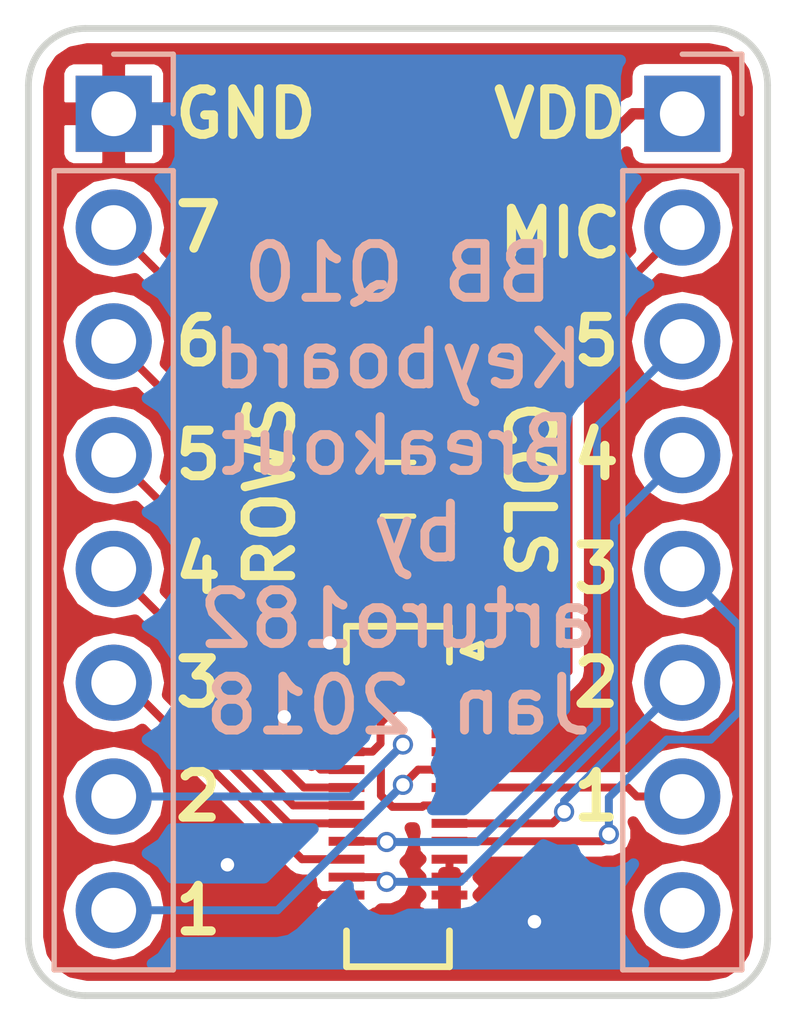
<source format=kicad_pcb>
(kicad_pcb (version 20171130) (host pcbnew "(5.0-dev-4158-ga83669ab1)")

  (general
    (thickness 1.6)
    (drawings 26)
    (tracks 113)
    (zones 0)
    (modules 4)
    (nets 17)
  )

  (page A4)
  (layers
    (0 F.Cu signal)
    (31 B.Cu signal)
    (32 B.Adhes user)
    (33 F.Adhes user)
    (34 B.Paste user)
    (35 F.Paste user)
    (36 B.SilkS user)
    (37 F.SilkS user)
    (38 B.Mask user)
    (39 F.Mask user)
    (40 Dwgs.User user)
    (41 Cmts.User user)
    (42 Eco1.User user)
    (43 Eco2.User user)
    (44 Edge.Cuts user)
    (45 Margin user)
    (46 B.CrtYd user)
    (47 F.CrtYd user)
    (48 B.Fab user)
    (49 F.Fab user hide)
  )

  (setup
    (last_trace_width 0.1778)
    (trace_clearance 0.1778)
    (zone_clearance 0.254)
    (zone_45_only no)
    (trace_min 0.1778)
    (segment_width 0.2)
    (edge_width 0.15)
    (via_size 0.45)
    (via_drill 0.3)
    (via_min_size 0.45)
    (via_min_drill 0.3)
    (uvia_size 0.3)
    (uvia_drill 0.1)
    (uvias_allowed no)
    (uvia_min_size 0.2)
    (uvia_min_drill 0.1)
    (pcb_text_width 0.3)
    (pcb_text_size 1.5 1.5)
    (mod_edge_width 0.15)
    (mod_text_size 1 1)
    (mod_text_width 0.15)
    (pad_size 1.524 1.524)
    (pad_drill 0.762)
    (pad_to_mask_clearance 0.2)
    (aux_axis_origin 0 0)
    (visible_elements 7FFFFF7F)
    (pcbplotparams
      (layerselection 0x010f0_ffffffff)
      (usegerberextensions true)
      (usegerberattributes false)
      (usegerberadvancedattributes false)
      (creategerberjobfile false)
      (excludeedgelayer true)
      (linewidth 0.100000)
      (plotframeref false)
      (viasonmask false)
      (mode 1)
      (useauxorigin false)
      (hpglpennumber 1)
      (hpglpenspeed 20)
      (hpglpendiameter 15)
      (psnegative false)
      (psa4output false)
      (plotreference true)
      (plotvalue true)
      (plotinvisibletext false)
      (padsonsilk false)
      (subtractmaskfromsilk false)
      (outputformat 1)
      (mirror false)
      (drillshape 0)
      (scaleselection 1)
      (outputdirectory gerber/))
  )

  (net 0 "")
  (net 1 VDD)
  (net 2 GND)
  (net 3 /ROW7)
  (net 4 /ROW6)
  (net 5 /MIC)
  (net 6 /ROW5)
  (net 7 /COL5)
  (net 8 /ROW4)
  (net 9 /COL4)
  (net 10 /ROW3)
  (net 11 /COL3)
  (net 12 /ROW2)
  (net 13 /COL2)
  (net 14 /ROW1)
  (net 15 /COL1)
  (net 16 "Net-(J2-Pad8)")

  (net_class Default "This is the default net class."
    (clearance 0.1778)
    (trace_width 0.1778)
    (via_dia 0.45)
    (via_drill 0.3)
    (uvia_dia 0.3)
    (uvia_drill 0.1)
    (add_net /COL1)
    (add_net /COL2)
    (add_net /COL3)
    (add_net /COL4)
    (add_net /COL5)
    (add_net /MIC)
    (add_net /ROW1)
    (add_net /ROW2)
    (add_net /ROW3)
    (add_net /ROW4)
    (add_net /ROW5)
    (add_net /ROW6)
    (add_net /ROW7)
    (add_net GND)
    (add_net "Net-(J2-Pad8)")
    (add_net VDD)
  )

  (module Pin_Headers:Pin_Header_Straight_1x08_Pitch2.54mm (layer B.Cu) (tedit 5A6273EC) (tstamp 5A39619C)
    (at 180.34 33.02 180)
    (descr "Through hole straight pin header, 1x08, 2.54mm pitch, single row")
    (tags "Through hole pin header THT 1x08 2.54mm single row")
    (path /5A38BC0E)
    (fp_text reference J2 (at 0 2.33 180) (layer B.SilkS) hide
      (effects (font (size 1 1) (thickness 0.15)) (justify mirror))
    )
    (fp_text value Conn_01x08 (at 0 -20.11 180) (layer B.Fab) hide
      (effects (font (size 1 1) (thickness 0.15)) (justify mirror))
    )
    (fp_line (start -0.635 1.27) (end 1.27 1.27) (layer B.Fab) (width 0.1))
    (fp_line (start 1.27 1.27) (end 1.27 -19.05) (layer B.Fab) (width 0.1))
    (fp_line (start 1.27 -19.05) (end -1.27 -19.05) (layer B.Fab) (width 0.1))
    (fp_line (start -1.27 -19.05) (end -1.27 0.635) (layer B.Fab) (width 0.1))
    (fp_line (start -1.27 0.635) (end -0.635 1.27) (layer B.Fab) (width 0.1))
    (fp_line (start -1.33 -19.11) (end 1.33 -19.11) (layer B.SilkS) (width 0.12))
    (fp_line (start -1.33 -1.27) (end -1.33 -19.11) (layer B.SilkS) (width 0.12))
    (fp_line (start 1.33 -1.27) (end 1.33 -19.11) (layer B.SilkS) (width 0.12))
    (fp_line (start -1.33 -1.27) (end 1.33 -1.27) (layer B.SilkS) (width 0.12))
    (fp_line (start -1.33 0) (end -1.33 1.33) (layer B.SilkS) (width 0.12))
    (fp_line (start -1.33 1.33) (end 0 1.33) (layer B.SilkS) (width 0.12))
    (fp_line (start -1.8 1.8) (end -1.8 -19.55) (layer B.CrtYd) (width 0.05))
    (fp_line (start -1.8 -19.55) (end 1.8 -19.55) (layer B.CrtYd) (width 0.05))
    (fp_line (start 1.8 -19.55) (end 1.8 1.8) (layer B.CrtYd) (width 0.05))
    (fp_line (start 1.8 1.8) (end -1.8 1.8) (layer B.CrtYd) (width 0.05))
    (fp_text user %R (at 0 -8.89 90) (layer B.Fab)
      (effects (font (size 1 1) (thickness 0.15)) (justify mirror))
    )
    (pad 1 thru_hole rect (at 0 0 180) (size 1.7 1.7) (drill 1) (layers *.Cu *.Mask)
      (net 1 VDD))
    (pad 2 thru_hole oval (at 0 -2.54 180) (size 1.7 1.7) (drill 1) (layers *.Cu *.Mask)
      (net 5 /MIC))
    (pad 3 thru_hole oval (at 0 -5.08 180) (size 1.7 1.7) (drill 1) (layers *.Cu *.Mask)
      (net 7 /COL5))
    (pad 4 thru_hole oval (at 0 -7.62 180) (size 1.7 1.7) (drill 1) (layers *.Cu *.Mask)
      (net 9 /COL4))
    (pad 5 thru_hole oval (at 0 -10.16 180) (size 1.7 1.7) (drill 1) (layers *.Cu *.Mask)
      (net 11 /COL3))
    (pad 6 thru_hole oval (at 0 -12.7 180) (size 1.7 1.7) (drill 1) (layers *.Cu *.Mask)
      (net 13 /COL2))
    (pad 7 thru_hole oval (at 0 -15.24 180) (size 1.7 1.7) (drill 1) (layers *.Cu *.Mask)
      (net 15 /COL1))
    (pad 8 thru_hole oval (at 0 -17.78 180) (size 1.7 1.7) (drill 1) (layers *.Cu *.Mask)
      (net 16 "Net-(J2-Pad8)"))
    (model ${KISYS3DMOD}/Pin_Headers.3dshapes/Pin_Header_Straight_1x08_Pitch2.54mm.wrl
      (at (xyz 0 0 0))
      (scale (xyz 1 1 1))
      (rotate (xyz 0 0 0))
    )
  )

  (module Pin_Headers:Pin_Header_Straight_1x08_Pitch2.54mm (layer B.Cu) (tedit 5A6273F1) (tstamp 5A396166)
    (at 167.64 33.02 180)
    (descr "Through hole straight pin header, 1x08, 2.54mm pitch, single row")
    (tags "Through hole pin header THT 1x08 2.54mm single row")
    (path /5A38AC19)
    (fp_text reference J1 (at 0 2.33 180) (layer B.SilkS) hide
      (effects (font (size 1 1) (thickness 0.15)) (justify mirror))
    )
    (fp_text value Conn_01x08 (at 0 -20.11 180) (layer B.Fab) hide
      (effects (font (size 1 1) (thickness 0.15)) (justify mirror))
    )
    (fp_text user %R (at 0 -8.89 90) (layer B.Fab)
      (effects (font (size 1 1) (thickness 0.15)) (justify mirror))
    )
    (fp_line (start 1.8 1.8) (end -1.8 1.8) (layer B.CrtYd) (width 0.05))
    (fp_line (start 1.8 -19.55) (end 1.8 1.8) (layer B.CrtYd) (width 0.05))
    (fp_line (start -1.8 -19.55) (end 1.8 -19.55) (layer B.CrtYd) (width 0.05))
    (fp_line (start -1.8 1.8) (end -1.8 -19.55) (layer B.CrtYd) (width 0.05))
    (fp_line (start -1.33 1.33) (end 0 1.33) (layer B.SilkS) (width 0.12))
    (fp_line (start -1.33 0) (end -1.33 1.33) (layer B.SilkS) (width 0.12))
    (fp_line (start -1.33 -1.27) (end 1.33 -1.27) (layer B.SilkS) (width 0.12))
    (fp_line (start 1.33 -1.27) (end 1.33 -19.11) (layer B.SilkS) (width 0.12))
    (fp_line (start -1.33 -1.27) (end -1.33 -19.11) (layer B.SilkS) (width 0.12))
    (fp_line (start -1.33 -19.11) (end 1.33 -19.11) (layer B.SilkS) (width 0.12))
    (fp_line (start -1.27 0.635) (end -0.635 1.27) (layer B.Fab) (width 0.1))
    (fp_line (start -1.27 -19.05) (end -1.27 0.635) (layer B.Fab) (width 0.1))
    (fp_line (start 1.27 -19.05) (end -1.27 -19.05) (layer B.Fab) (width 0.1))
    (fp_line (start 1.27 1.27) (end 1.27 -19.05) (layer B.Fab) (width 0.1))
    (fp_line (start -0.635 1.27) (end 1.27 1.27) (layer B.Fab) (width 0.1))
    (pad 8 thru_hole oval (at 0 -17.78 180) (size 1.7 1.7) (drill 1) (layers *.Cu *.Mask)
      (net 14 /ROW1))
    (pad 7 thru_hole oval (at 0 -15.24 180) (size 1.7 1.7) (drill 1) (layers *.Cu *.Mask)
      (net 12 /ROW2))
    (pad 6 thru_hole oval (at 0 -12.7 180) (size 1.7 1.7) (drill 1) (layers *.Cu *.Mask)
      (net 10 /ROW3))
    (pad 5 thru_hole oval (at 0 -10.16 180) (size 1.7 1.7) (drill 1) (layers *.Cu *.Mask)
      (net 8 /ROW4))
    (pad 4 thru_hole oval (at 0 -7.62 180) (size 1.7 1.7) (drill 1) (layers *.Cu *.Mask)
      (net 6 /ROW5))
    (pad 3 thru_hole oval (at 0 -5.08 180) (size 1.7 1.7) (drill 1) (layers *.Cu *.Mask)
      (net 4 /ROW6))
    (pad 2 thru_hole oval (at 0 -2.54 180) (size 1.7 1.7) (drill 1) (layers *.Cu *.Mask)
      (net 3 /ROW7))
    (pad 1 thru_hole rect (at 0 0 180) (size 1.7 1.7) (drill 1) (layers *.Cu *.Mask)
      (net 2 GND))
    (model ${KISYS3DMOD}/Pin_Headers.3dshapes/Pin_Header_Straight_1x08_Pitch2.54mm.wrl
      (at (xyz 0 0 0))
      (scale (xyz 1 1 1))
      (rotate (xyz 0 0 0))
    )
  )

  (module Capacitors_SMD:C_0603 (layer F.Cu) (tedit 5A383ED8) (tstamp 5A3966CC)
    (at 173.99 41.402)
    (descr "Capacitor SMD 0603, reflow soldering, AVX (see smccp.pdf)")
    (tags "capacitor 0603")
    (path /5A384436)
    (attr smd)
    (fp_text reference C1 (at 0 -1.5) (layer F.SilkS) hide
      (effects (font (size 1 1) (thickness 0.15)))
    )
    (fp_text value 100uF (at 0 1.5) (layer F.Fab)
      (effects (font (size 1 1) (thickness 0.15)))
    )
    (fp_text user %R (at 0 0) (layer F.Fab)
      (effects (font (size 0.3 0.3) (thickness 0.075)))
    )
    (fp_line (start -0.8 0.4) (end -0.8 -0.4) (layer F.Fab) (width 0.1))
    (fp_line (start 0.8 0.4) (end -0.8 0.4) (layer F.Fab) (width 0.1))
    (fp_line (start 0.8 -0.4) (end 0.8 0.4) (layer F.Fab) (width 0.1))
    (fp_line (start -0.8 -0.4) (end 0.8 -0.4) (layer F.Fab) (width 0.1))
    (fp_line (start -0.35 -0.6) (end 0.35 -0.6) (layer F.SilkS) (width 0.12))
    (fp_line (start 0.35 0.6) (end -0.35 0.6) (layer F.SilkS) (width 0.12))
    (fp_line (start -1.4 -0.65) (end 1.4 -0.65) (layer F.CrtYd) (width 0.05))
    (fp_line (start -1.4 -0.65) (end -1.4 0.65) (layer F.CrtYd) (width 0.05))
    (fp_line (start 1.4 0.65) (end 1.4 -0.65) (layer F.CrtYd) (width 0.05))
    (fp_line (start 1.4 0.65) (end -1.4 0.65) (layer F.CrtYd) (width 0.05))
    (pad 1 smd rect (at -0.75 0) (size 0.8 0.75) (layers F.Cu F.Paste F.Mask)
      (net 1 VDD))
    (pad 2 smd rect (at 0.75 0) (size 0.8 0.75) (layers F.Cu F.Paste F.Mask)
      (net 2 GND))
    (model Capacitors_SMD.3dshapes/C_0603.wrl
      (at (xyz 0 0 0))
      (scale (xyz 1 1 1))
      (rotate (xyz 0 0 0))
    )
  )

  (module "Connectors_Hirose_extra:BM14B(0.8)-24DS-0.4V(53)" (layer F.Cu) (tedit 5A383EDD) (tstamp 5A38E7DF)
    (at 173.99 48.26 270)
    (path /5A383471)
    (attr smd)
    (fp_text reference U1 (at 4.8 0.05) (layer F.SilkS) hide
      (effects (font (size 1 1) (thickness 0.15)))
    )
    (fp_text value BBQ10KBD (at 0 -2.65 270) (layer F.Fab)
      (effects (font (size 1 1) (thickness 0.15)))
    )
    (fp_line (start -3.64 -0.99) (end 3.64 -0.99) (layer F.Fab) (width 0.15))
    (fp_line (start 3.64 -0.99) (end 3.64 0.99) (layer F.Fab) (width 0.15))
    (fp_line (start 3.64 0.99) (end -3.64 0.99) (layer F.Fab) (width 0.15))
    (fp_line (start -3.64 0.99) (end -3.64 -0.99) (layer F.Fab) (width 0.15))
    (fp_line (start 3 -1.15) (end 3.8 -1.15) (layer F.SilkS) (width 0.15))
    (fp_line (start 3.8 -1.15) (end 3.8 1.15) (layer F.SilkS) (width 0.15))
    (fp_line (start 3.8 1.15) (end 3 1.15) (layer F.SilkS) (width 0.15))
    (fp_line (start -3 1.15) (end -3.8 1.15) (layer F.SilkS) (width 0.15))
    (fp_line (start -3.8 1.15) (end -3.8 -1.15) (layer F.SilkS) (width 0.15))
    (fp_line (start -3.8 -1.15) (end -3 -1.15) (layer F.SilkS) (width 0.15))
    (fp_line (start -3.4 -1.85) (end -3.1 -1.85) (layer F.SilkS) (width 0.15))
    (fp_line (start -3.1 -1.85) (end -3.25 -1.45) (layer F.SilkS) (width 0.15))
    (fp_line (start -3.25 -1.45) (end -3.4 -1.85) (layer F.SilkS) (width 0.15))
    (pad 2 smd rect (at -2.2 -1.15 270) (size 0.2 0.8) (layers F.Cu F.Paste F.Mask)
      (net 1 VDD))
    (pad 3 smd rect (at -1.8 -1.15 270) (size 0.2 0.8) (layers F.Cu F.Paste F.Mask)
      (net 5 /MIC))
    (pad 4 smd rect (at -1.4 -1.15 270) (size 0.2 0.8) (layers F.Cu F.Paste F.Mask)
      (net 2 GND))
    (pad 5 smd rect (at -1 -1.15 270) (size 0.2 0.8) (layers F.Cu F.Paste F.Mask)
      (net 2 GND))
    (pad 6 smd rect (at -0.6 -1.15 270) (size 0.2 0.8) (layers F.Cu F.Paste F.Mask)
      (net 14 /ROW1))
    (pad 7 smd rect (at -0.2 -1.15 270) (size 0.2 0.8) (layers F.Cu F.Paste F.Mask)
      (net 15 /COL1))
    (pad 8 smd rect (at 0.2 -1.15 270) (size 0.2 0.8) (layers F.Cu F.Paste F.Mask)
      (net 12 /ROW2))
    (pad 9 smd rect (at 0.6 -1.15 270) (size 0.2 0.8) (layers F.Cu F.Paste F.Mask)
      (net 13 /COL2))
    (pad 10 smd rect (at 1 -1.15 270) (size 0.2 0.8) (layers F.Cu F.Paste F.Mask)
      (net 11 /COL3))
    (pad 11 smd rect (at 1.4 -1.15 270) (size 0.2 0.8) (layers F.Cu F.Paste F.Mask)
      (net 2 GND))
    (pad 12 smd rect (at 1.8 -1.15 270) (size 0.2 0.8) (layers F.Cu F.Paste F.Mask)
      (net 2 GND))
    (pad 13 smd rect (at 2.2 -1.15 270) (size 0.2 0.8) (layers F.Cu F.Paste F.Mask)
      (net 2 GND))
    (pad 16 smd rect (at 2.2 1.15 270) (size 0.2 0.8) (layers F.Cu F.Paste F.Mask)
      (net 2 GND))
    (pad 17 smd rect (at 1.8 1.15 270) (size 0.2 0.8) (layers F.Cu F.Paste F.Mask)
      (net 9 /COL4))
    (pad 18 smd rect (at 1.4 1.15 270) (size 0.2 0.8) (layers F.Cu F.Paste F.Mask)
      (net 10 /ROW3))
    (pad 19 smd rect (at 1 1.15 270) (size 0.2 0.8) (layers F.Cu F.Paste F.Mask)
      (net 7 /COL5))
    (pad 20 smd rect (at 0.6 1.15 270) (size 0.2 0.8) (layers F.Cu F.Paste F.Mask)
      (net 8 /ROW4))
    (pad 21 smd rect (at 0.2 1.15 270) (size 0.2 0.8) (layers F.Cu F.Paste F.Mask)
      (net 6 /ROW5))
    (pad 22 smd rect (at -0.2 1.15 270) (size 0.2 0.8) (layers F.Cu F.Paste F.Mask)
      (net 4 /ROW6))
    (pad 23 smd rect (at -0.6 1.15 270) (size 0.2 0.8) (layers F.Cu F.Paste F.Mask)
      (net 2 GND))
    (pad 24 smd rect (at -1 1.15 270) (size 0.2 0.8) (layers F.Cu F.Paste F.Mask)
      (net 1 VDD))
    (pad 25 smd rect (at -1.4 1.15 270) (size 0.2 0.8) (layers F.Cu F.Paste F.Mask)
      (net 2 GND))
    (pad 26 smd rect (at -1.8 1.15 270) (size 0.2 0.8) (layers F.Cu F.Paste F.Mask)
      (net 1 VDD))
    (pad 27 smd rect (at -2.2 1.15 270) (size 0.2 0.8) (layers F.Cu F.Paste F.Mask)
      (net 3 /ROW7))
    (pad 1 smd rect (at -2.7 -1.15 270) (size 0.4 0.8) (layers F.Cu F.Paste F.Mask)
      (net 2 GND))
    (pad 14 smd rect (at 2.7 -1.15 270) (size 0.4 0.8) (layers F.Cu F.Paste F.Mask)
      (net 2 GND))
    (pad 15 smd rect (at 2.7 1.15 270) (size 0.4 0.8) (layers F.Cu F.Paste F.Mask)
      (net 2 GND))
    (pad 28 smd rect (at -2.7 1.15 270) (size 0.4 0.8) (layers F.Cu F.Paste F.Mask)
      (net 2 GND))
    (model "${KIPRJMOD}/modules/packages3d/Connectors_Hirose.3dshapes/BM14B(0.8)-24DS-0.4V.stp"
      (offset (xyz 6896000431.344419 -8082928854.49638 -574666702.6120348))
      (scale (xyz 1 1 1))
      (rotate (xyz -90 0 -90))
    )
  )

  (gr_text "BB Q10\nKeyboard\nBreakout\nby \narturo182\nJan 2018" (at 173.99 41.402) (layer B.SilkS)
    (effects (font (size 1.2 1.2) (thickness 0.2)) (justify mirror))
  )
  (gr_text COLS (at 176.911 41.402 270) (layer F.SilkS) (tstamp 5A6274E5)
    (effects (font (size 1.016 1.016) (thickness 0.2032)))
  )
  (gr_text ROWS (at 171.1325 41.4655 90) (layer F.SilkS) (tstamp 5A396D97)
    (effects (font (size 1.016 1.016) (thickness 0.2032)))
  )
  (gr_text MIC (at 176.149 35.687) (layer F.SilkS) (tstamp 5A396D85)
    (effects (font (size 1.016 1.016) (thickness 0.2032)) (justify left))
  )
  (gr_text VDD (at 176.022 33.02) (layer F.SilkS) (tstamp 5A396D91)
    (effects (font (size 1.016 1.016) (thickness 0.2032)) (justify left))
  )
  (gr_text 4 (at 177.8 40.64) (layer F.SilkS) (tstamp 5A396D77)
    (effects (font (size 1.016 1.016) (thickness 0.2032)) (justify left))
  )
  (gr_text 5 (at 177.8 38.1) (layer F.SilkS) (tstamp 5A396D76)
    (effects (font (size 1.016 1.016) (thickness 0.2032)) (justify left))
  )
  (gr_text 3 (at 177.8 43.18) (layer F.SilkS) (tstamp 5A396D75)
    (effects (font (size 1.016 1.016) (thickness 0.2032)) (justify left))
  )
  (gr_text 2 (at 177.8 45.72) (layer F.SilkS) (tstamp 5A396D74)
    (effects (font (size 1.016 1.016) (thickness 0.2032)) (justify left))
  )
  (gr_text 1 (at 177.8 48.26) (layer F.SilkS) (tstamp 5A396D73)
    (effects (font (size 1.016 1.016) (thickness 0.2032)) (justify left))
  )
  (gr_text 1 (at 168.91 50.8) (layer F.SilkS) (tstamp 5A396D5D)
    (effects (font (size 1.016 1.016) (thickness 0.2032)) (justify left))
  )
  (gr_text 2 (at 168.91 48.26) (layer F.SilkS) (tstamp 5A396D5B)
    (effects (font (size 1.016 1.016) (thickness 0.2032)) (justify left))
  )
  (gr_text 3 (at 168.91 45.72) (layer F.SilkS) (tstamp 5A396D59)
    (effects (font (size 1.016 1.016) (thickness 0.2032)) (justify left))
  )
  (gr_text 4 (at 168.91 43.18) (layer F.SilkS) (tstamp 5A396D57)
    (effects (font (size 1.016 1.016) (thickness 0.2032)) (justify left))
  )
  (gr_text 5 (at 168.91 40.64) (layer F.SilkS) (tstamp 5A396D55)
    (effects (font (size 1.016 1.016) (thickness 0.2032)) (justify left))
  )
  (gr_text 6 (at 168.91 38.1) (layer F.SilkS) (tstamp 5A396D53)
    (effects (font (size 1.016 1.016) (thickness 0.2032)) (justify left))
  )
  (gr_text 7 (at 168.91 35.56) (layer F.SilkS) (tstamp 5A396D3B)
    (effects (font (size 1.016 1.016) (thickness 0.2032)) (justify left))
  )
  (gr_text GND (at 168.91 33.02) (layer F.SilkS)
    (effects (font (size 1.016 1.016) (thickness 0.2032)) (justify left))
  )
  (gr_arc (start 167.005 51.435) (end 165.735 51.435) (angle -90) (layer Edge.Cuts) (width 0.15))
  (gr_arc (start 180.975 51.435) (end 180.975 52.705) (angle -90) (layer Edge.Cuts) (width 0.15))
  (gr_arc (start 180.975 32.385) (end 182.245 32.385) (angle -90) (layer Edge.Cuts) (width 0.15))
  (gr_arc (start 167.005 32.385) (end 167.005 31.115) (angle -90) (layer Edge.Cuts) (width 0.15))
  (gr_line (start 165.735 51.435) (end 165.735 32.385) (layer Edge.Cuts) (width 0.15))
  (gr_line (start 180.975 52.705) (end 167.005 52.705) (layer Edge.Cuts) (width 0.15))
  (gr_line (start 182.245 32.385) (end 182.245 51.435) (layer Edge.Cuts) (width 0.15))
  (gr_line (start 167.005 31.115) (end 180.975 31.115) (layer Edge.Cuts) (width 0.15))

  (segment (start 173.4178 47.26) (end 173.6 47.0778) (width 0.1778) (layer F.Cu) (net 1))
  (segment (start 172.84 47.26) (end 173.4178 47.26) (width 0.1778) (layer F.Cu) (net 1))
  (segment (start 173.6 47.0778) (end 173.6 46.618) (width 0.1778) (layer F.Cu) (net 1))
  (segment (start 173.6 46.618) (end 173.99 46.228) (width 0.1778) (layer F.Cu) (net 1))
  (segment (start 173.99 45.847) (end 173.99 46.228) (width 0.254) (layer F.Cu) (net 1))
  (segment (start 172.84 46.46) (end 173.758 46.46) (width 0.1778) (layer F.Cu) (net 1))
  (segment (start 173.758 46.46) (end 173.99 46.228) (width 0.1778) (layer F.Cu) (net 1))
  (segment (start 173.99 42.781) (end 173.99 45.847) (width 0.254) (layer F.Cu) (net 1))
  (segment (start 175.14 46.06) (end 174.203 46.06) (width 0.1778) (layer F.Cu) (net 1))
  (segment (start 174.203 46.06) (end 173.99 45.847) (width 0.1778) (layer F.Cu) (net 1))
  (segment (start 173.24 41.402) (end 173.24 42.031) (width 0.254) (layer F.Cu) (net 1))
  (segment (start 173.24 42.031) (end 173.99 42.781) (width 0.254) (layer F.Cu) (net 1))
  (segment (start 180.34 33.02) (end 179.236 33.02) (width 0.254) (layer F.Cu) (net 1))
  (segment (start 179.236 33.02) (end 173.24 39.016) (width 0.254) (layer F.Cu) (net 1))
  (segment (start 173.24 39.016) (end 173.24 40.773) (width 0.254) (layer F.Cu) (net 1))
  (segment (start 173.24 40.773) (end 173.24 41.402) (width 0.254) (layer F.Cu) (net 1))
  (via (at 177.038 51.054) (size 0.45) (drill 0.3) (layers F.Cu B.Cu) (net 2))
  (via (at 170.18 49.784) (size 0.45) (drill 0.3) (layers F.Cu B.Cu) (net 2))
  (segment (start 175.14 46.86) (end 175.14 47.26) (width 0.1778) (layer F.Cu) (net 2))
  (segment (start 175.14 47.26) (end 176.006 47.26) (width 0.1778) (layer F.Cu) (net 2))
  (segment (start 172.84 45.205) (end 172.466 44.831) (width 0.1778) (layer F.Cu) (net 2))
  (segment (start 172.84 45.56) (end 172.84 45.205) (width 0.1778) (layer F.Cu) (net 2))
  (via (at 172.466 44.831) (size 0.45) (drill 0.3) (layers F.Cu B.Cu) (net 2))
  (segment (start 172.2622 46.86) (end 171.828 46.86) (width 0.1778) (layer F.Cu) (net 2))
  (segment (start 172.84 47.66) (end 172.2622 47.66) (width 0.1778) (layer F.Cu) (net 2))
  (segment (start 172.2622 47.66) (end 171.45 46.8478) (width 0.1778) (layer F.Cu) (net 2))
  (segment (start 171.45 46.8478) (end 171.45 46.800198) (width 0.1778) (layer F.Cu) (net 2))
  (segment (start 171.45 46.800198) (end 171.45 46.482) (width 0.1778) (layer F.Cu) (net 2))
  (segment (start 172.84 46.86) (end 171.828 46.86) (width 0.1778) (layer F.Cu) (net 2))
  (segment (start 171.828 46.86) (end 171.45 46.482) (width 0.1778) (layer F.Cu) (net 2))
  (via (at 171.45 46.482) (size 0.45) (drill 0.3) (layers F.Cu B.Cu) (net 2))
  (segment (start 172.84 50.46) (end 172.2622 50.46) (width 0.1778) (layer F.Cu) (net 2))
  (segment (start 172.2622 50.46) (end 172.1762 50.546) (width 0.1778) (layer F.Cu) (net 2))
  (segment (start 172.2622 46.86) (end 172.2592 46.863) (width 0.1778) (layer F.Cu) (net 2))
  (segment (start 175.14 49.66) (end 175.14 50.06) (width 0.1778) (layer F.Cu) (net 2))
  (segment (start 171.917 46.06) (end 170.84044 44.98344) (width 0.1778) (layer F.Cu) (net 3))
  (segment (start 172.84 46.06) (end 171.917 46.06) (width 0.1778) (layer F.Cu) (net 3))
  (segment (start 170.84044 44.98344) (end 170.84044 38.76044) (width 0.1778) (layer F.Cu) (net 3))
  (segment (start 170.84044 38.76044) (end 168.489999 36.409999) (width 0.1778) (layer F.Cu) (net 3))
  (segment (start 168.489999 36.409999) (end 167.64 35.56) (width 0.1778) (layer F.Cu) (net 3))
  (segment (start 170.48483 46.654738) (end 170.48483 40.94483) (width 0.1778) (layer F.Cu) (net 4))
  (segment (start 170.48483 40.94483) (end 167.64 38.1) (width 0.1778) (layer F.Cu) (net 4))
  (segment (start 172.84 48.06) (end 171.890092 48.06) (width 0.1778) (layer F.Cu) (net 4))
  (segment (start 171.890092 48.06) (end 170.48483 46.654738) (width 0.1778) (layer F.Cu) (net 4))
  (segment (start 176.806 46.46) (end 177.8 45.466) (width 0.1778) (layer F.Cu) (net 5))
  (segment (start 175.14 46.46) (end 176.806 46.46) (width 0.1778) (layer F.Cu) (net 5))
  (segment (start 177.8 45.466) (end 177.8 38.1) (width 0.1778) (layer F.Cu) (net 5))
  (segment (start 177.8 38.1) (end 179.490001 36.409999) (width 0.1778) (layer F.Cu) (net 5))
  (segment (start 179.490001 36.409999) (end 180.34 35.56) (width 0.1778) (layer F.Cu) (net 5))
  (segment (start 170.12922 46.93922) (end 170.12922 43.12922) (width 0.1778) (layer F.Cu) (net 6))
  (segment (start 170.12922 43.12922) (end 167.64 40.64) (width 0.1778) (layer F.Cu) (net 6))
  (segment (start 171.65 48.46) (end 170.12922 46.93922) (width 0.1778) (layer F.Cu) (net 6))
  (segment (start 172.84 48.46) (end 171.65 48.46) (width 0.1778) (layer F.Cu) (net 6))
  (segment (start 175.768 49.276) (end 178.435 46.609) (width 0.1778) (layer B.Cu) (net 7))
  (segment (start 173.736 49.276) (end 175.768 49.276) (width 0.1778) (layer B.Cu) (net 7))
  (segment (start 178.435 46.609) (end 178.435 40.005) (width 0.1778) (layer B.Cu) (net 7))
  (segment (start 178.435 40.005) (end 179.490001 38.949999) (width 0.1778) (layer B.Cu) (net 7))
  (segment (start 179.490001 38.949999) (end 180.34 38.1) (width 0.1778) (layer B.Cu) (net 7))
  (segment (start 173.72 49.26) (end 173.736 49.276) (width 0.1778) (layer F.Cu) (net 7))
  (segment (start 172.84 49.26) (end 173.72 49.26) (width 0.1778) (layer F.Cu) (net 7))
  (via (at 173.736 49.276) (size 0.45) (drill 0.3) (layers F.Cu B.Cu) (net 7))
  (segment (start 169.773609 47.086518) (end 169.773609 45.313609) (width 0.1778) (layer F.Cu) (net 8))
  (segment (start 169.773609 45.313609) (end 167.64 43.18) (width 0.1778) (layer F.Cu) (net 8))
  (segment (start 171.547091 48.86) (end 169.773609 47.086518) (width 0.1778) (layer F.Cu) (net 8))
  (segment (start 172.84 48.86) (end 171.547091 48.86) (width 0.1778) (layer F.Cu) (net 8))
  (segment (start 175.387 50.165) (end 178.816 46.736) (width 0.1778) (layer B.Cu) (net 9))
  (segment (start 173.736 50.165) (end 175.387 50.165) (width 0.1778) (layer B.Cu) (net 9))
  (segment (start 178.816 46.736) (end 178.816 42.164) (width 0.1778) (layer B.Cu) (net 9))
  (segment (start 178.816 42.164) (end 179.490001 41.489999) (width 0.1778) (layer B.Cu) (net 9))
  (segment (start 179.490001 41.489999) (end 180.34 40.64) (width 0.1778) (layer B.Cu) (net 9))
  (segment (start 173.631 50.06) (end 173.736 50.165) (width 0.1778) (layer F.Cu) (net 9))
  (segment (start 172.84 50.06) (end 173.631 50.06) (width 0.1778) (layer F.Cu) (net 9))
  (via (at 173.736 50.165) (size 0.45) (drill 0.3) (layers F.Cu B.Cu) (net 9))
  (segment (start 171.844182 49.66) (end 167.904182 45.72) (width 0.1778) (layer F.Cu) (net 10))
  (segment (start 172.84 49.66) (end 171.844182 49.66) (width 0.1778) (layer F.Cu) (net 10))
  (segment (start 167.904182 45.72) (end 167.64 45.72) (width 0.1778) (layer F.Cu) (net 10))
  (segment (start 181.61 44.45) (end 181.61 46.355) (width 0.1778) (layer B.Cu) (net 11))
  (segment (start 178.7 48.781802) (end 178.7 49.1) (width 0.1778) (layer B.Cu) (net 11))
  (segment (start 180.975 46.99) (end 179.99182 46.99) (width 0.1778) (layer B.Cu) (net 11))
  (segment (start 175.14 49.26) (end 178.54 49.26) (width 0.1778) (layer F.Cu) (net 11))
  (segment (start 178.54 49.26) (end 178.7 49.1) (width 0.1778) (layer F.Cu) (net 11))
  (segment (start 179.99182 46.99) (end 178.7 48.28182) (width 0.1778) (layer B.Cu) (net 11))
  (segment (start 178.7 48.28182) (end 178.7 48.781802) (width 0.1778) (layer B.Cu) (net 11))
  (segment (start 180.34 43.18) (end 181.61 44.45) (width 0.1778) (layer B.Cu) (net 11))
  (segment (start 181.61 46.355) (end 180.975 46.99) (width 0.1778) (layer B.Cu) (net 11))
  (via (at 178.7 49.1) (size 0.45) (drill 0.3) (layers F.Cu B.Cu) (net 11))
  (segment (start 174.5622 48.46) (end 174.530484 48.491716) (width 0.1778) (layer F.Cu) (net 12))
  (segment (start 175.14 48.46) (end 174.5622 48.46) (width 0.1778) (layer F.Cu) (net 12))
  (segment (start 173.863982 48.491716) (end 173.608298 48.236032) (width 0.1778) (layer F.Cu) (net 12))
  (segment (start 173.608298 47.591702) (end 173.875001 47.324999) (width 0.1778) (layer F.Cu) (net 12))
  (segment (start 173.875001 47.324999) (end 174.1 47.1) (width 0.1778) (layer F.Cu) (net 12))
  (segment (start 173.608298 48.236032) (end 173.608298 47.591702) (width 0.1778) (layer F.Cu) (net 12))
  (segment (start 174.530484 48.491716) (end 173.863982 48.491716) (width 0.1778) (layer F.Cu) (net 12))
  (segment (start 167.64 48.26) (end 172.94 48.26) (width 0.1778) (layer B.Cu) (net 12))
  (segment (start 172.94 48.26) (end 173.875001 47.324999) (width 0.1778) (layer B.Cu) (net 12))
  (via (at 174.1 47.1) (size 0.45) (drill 0.3) (layers F.Cu B.Cu) (net 12))
  (segment (start 173.875001 47.324999) (end 174.1 47.1) (width 0.1778) (layer B.Cu) (net 12))
  (segment (start 180.34 45.72) (end 177.7 48.36) (width 0.1778) (layer B.Cu) (net 13))
  (segment (start 177.7 48.36) (end 177.7 48.6) (width 0.1778) (layer B.Cu) (net 13))
  (segment (start 177.475001 48.824999) (end 177.7 48.6) (width 0.1778) (layer F.Cu) (net 13))
  (segment (start 177.44 48.86) (end 177.475001 48.824999) (width 0.1778) (layer F.Cu) (net 13))
  (segment (start 175.14 48.86) (end 177.44 48.86) (width 0.1778) (layer F.Cu) (net 13))
  (via (at 177.7 48.6) (size 0.45) (drill 0.3) (layers F.Cu B.Cu) (net 13))
  (segment (start 175.14 47.66) (end 174.44 47.66) (width 0.1778) (layer F.Cu) (net 14))
  (segment (start 171.3 50.8) (end 173.875001 48.224999) (width 0.1778) (layer B.Cu) (net 14))
  (segment (start 174.44 47.66) (end 174.324999 47.775001) (width 0.1778) (layer F.Cu) (net 14))
  (segment (start 174.324999 47.775001) (end 174.1 48) (width 0.1778) (layer F.Cu) (net 14))
  (segment (start 173.875001 48.224999) (end 174.1 48) (width 0.1778) (layer B.Cu) (net 14))
  (segment (start 167.64 50.8) (end 171.3 50.8) (width 0.1778) (layer B.Cu) (net 14))
  (via (at 174.1 48) (size 0.45) (drill 0.3) (layers F.Cu B.Cu) (net 14))
  (segment (start 179.124 48.06) (end 179.324 48.26) (width 0.1778) (layer F.Cu) (net 15))
  (segment (start 175.14 48.06) (end 179.124 48.06) (width 0.1778) (layer F.Cu) (net 15))
  (segment (start 179.324 48.26) (end 180.34 48.26) (width 0.1778) (layer F.Cu) (net 15))

  (zone (net 2) (net_name GND) (layer F.Cu) (tstamp 0) (hatch edge 0.508)
    (connect_pads (clearance 0.254))
    (min_thickness 0.254)
    (fill yes (arc_segments 16) (thermal_gap 0.254) (thermal_bridge_width 0.508))
    (polygon
      (pts
        (xy 165.1 30.48) (xy 182.88 30.48) (xy 182.88 53.34) (xy 165.1 53.34)
      )
    )
    (filled_polygon
      (pts
        (xy 181.283086 31.641216) (xy 181.544268 31.815732) (xy 181.718785 32.076915) (xy 181.789 32.429911) (xy 181.789 51.390089)
        (xy 181.718785 51.743085) (xy 181.544268 52.004268) (xy 181.283086 52.178784) (xy 180.930088 52.249) (xy 167.049911 52.249)
        (xy 166.696915 52.178785) (xy 166.435732 52.004268) (xy 166.261216 51.743086) (xy 166.191 51.390088) (xy 166.191 50.8)
        (xy 166.384883 50.8) (xy 166.478587 51.271083) (xy 166.745435 51.670448) (xy 167.1448 51.937296) (xy 167.615883 52.031)
        (xy 167.664117 52.031) (xy 168.1352 51.937296) (xy 168.534565 51.670448) (xy 168.801413 51.271083) (xy 168.824453 51.15525)
        (xy 172.059 51.15525) (xy 172.059 51.235786) (xy 172.117004 51.37582) (xy 172.224181 51.482996) (xy 172.364215 51.541)
        (xy 172.61775 51.541) (xy 172.713 51.44575) (xy 172.713 51.06) (xy 172.967 51.06) (xy 172.967 51.44575)
        (xy 173.06225 51.541) (xy 173.315785 51.541) (xy 173.455819 51.482996) (xy 173.562996 51.37582) (xy 173.621 51.235786)
        (xy 173.621 51.15525) (xy 174.359 51.15525) (xy 174.359 51.235786) (xy 174.417004 51.37582) (xy 174.524181 51.482996)
        (xy 174.664215 51.541) (xy 174.91775 51.541) (xy 175.013 51.44575) (xy 175.013 51.06) (xy 175.267 51.06)
        (xy 175.267 51.44575) (xy 175.36225 51.541) (xy 175.615785 51.541) (xy 175.755819 51.482996) (xy 175.862996 51.37582)
        (xy 175.921 51.235786) (xy 175.921 51.15525) (xy 175.82575 51.06) (xy 175.267 51.06) (xy 175.013 51.06)
        (xy 174.45425 51.06) (xy 174.359 51.15525) (xy 173.621 51.15525) (xy 173.52575 51.06) (xy 172.967 51.06)
        (xy 172.713 51.06) (xy 172.15425 51.06) (xy 172.059 51.15525) (xy 168.824453 51.15525) (xy 168.895117 50.8)
        (xy 168.801413 50.328917) (xy 168.534565 49.929552) (xy 168.1352 49.662704) (xy 167.664117 49.569) (xy 167.615883 49.569)
        (xy 167.1448 49.662704) (xy 166.745435 49.929552) (xy 166.478587 50.328917) (xy 166.384883 50.8) (xy 166.191 50.8)
        (xy 166.191 48.26) (xy 166.384883 48.26) (xy 166.478587 48.731083) (xy 166.745435 49.130448) (xy 167.1448 49.397296)
        (xy 167.615883 49.491) (xy 167.664117 49.491) (xy 168.1352 49.397296) (xy 168.534565 49.130448) (xy 168.801413 48.731083)
        (xy 168.895117 48.26) (xy 168.801413 47.788917) (xy 168.534565 47.389552) (xy 168.1352 47.122704) (xy 167.664117 47.029)
        (xy 167.615883 47.029) (xy 167.1448 47.122704) (xy 166.745435 47.389552) (xy 166.478587 47.788917) (xy 166.384883 48.26)
        (xy 166.191 48.26) (xy 166.191 35.56) (xy 166.384883 35.56) (xy 166.478587 36.031083) (xy 166.745435 36.430448)
        (xy 167.1448 36.697296) (xy 167.615883 36.791) (xy 167.664117 36.791) (xy 168.116481 36.70102) (xy 168.157729 36.742268)
        (xy 168.157732 36.74227) (xy 170.37054 38.955079) (xy 170.37054 40.166001) (xy 168.791082 38.586544) (xy 168.801413 38.571083)
        (xy 168.895117 38.1) (xy 168.801413 37.628917) (xy 168.534565 37.229552) (xy 168.1352 36.962704) (xy 167.664117 36.869)
        (xy 167.615883 36.869) (xy 167.1448 36.962704) (xy 166.745435 37.229552) (xy 166.478587 37.628917) (xy 166.384883 38.1)
        (xy 166.478587 38.571083) (xy 166.745435 38.970448) (xy 167.1448 39.237296) (xy 167.615883 39.331) (xy 167.664117 39.331)
        (xy 168.116481 39.241019) (xy 170.01493 41.139469) (xy 170.01493 42.350391) (xy 168.791082 41.126544) (xy 168.801413 41.111083)
        (xy 168.895117 40.64) (xy 168.801413 40.168917) (xy 168.534565 39.769552) (xy 168.1352 39.502704) (xy 167.664117 39.409)
        (xy 167.615883 39.409) (xy 167.1448 39.502704) (xy 166.745435 39.769552) (xy 166.478587 40.168917) (xy 166.384883 40.64)
        (xy 166.478587 41.111083) (xy 166.745435 41.510448) (xy 167.1448 41.777296) (xy 167.615883 41.871) (xy 167.664117 41.871)
        (xy 168.116481 41.781019) (xy 169.65932 43.323859) (xy 169.65932 44.534781) (xy 168.791082 43.666544) (xy 168.801413 43.651083)
        (xy 168.895117 43.18) (xy 168.801413 42.708917) (xy 168.534565 42.309552) (xy 168.1352 42.042704) (xy 167.664117 41.949)
        (xy 167.615883 41.949) (xy 167.1448 42.042704) (xy 166.745435 42.309552) (xy 166.478587 42.708917) (xy 166.384883 43.18)
        (xy 166.478587 43.651083) (xy 166.745435 44.050448) (xy 167.1448 44.317296) (xy 167.615883 44.411) (xy 167.664117 44.411)
        (xy 168.116481 44.321019) (xy 169.303709 45.508248) (xy 169.303709 46.454989) (xy 168.840964 45.992244) (xy 168.895117 45.72)
        (xy 168.801413 45.248917) (xy 168.534565 44.849552) (xy 168.1352 44.582704) (xy 167.664117 44.489) (xy 167.615883 44.489)
        (xy 167.1448 44.582704) (xy 166.745435 44.849552) (xy 166.478587 45.248917) (xy 166.384883 45.72) (xy 166.478587 46.191083)
        (xy 166.745435 46.590448) (xy 167.1448 46.857296) (xy 167.615883 46.951) (xy 167.664117 46.951) (xy 168.1352 46.857296)
        (xy 168.280112 46.760468) (xy 171.511912 49.992269) (xy 171.634605 50.07425) (xy 171.664359 50.094131) (xy 171.844182 50.1299)
        (xy 172.051536 50.1299) (xy 172.051536 50.16) (xy 172.070649 50.25609) (xy 172.059 50.284214) (xy 172.059 50.31475)
        (xy 172.137884 50.393634) (xy 172.165314 50.434686) (xy 172.201992 50.459193) (xy 172.117004 50.54418) (xy 172.114836 50.549414)
        (xy 172.059 50.60525) (xy 172.059 50.635786) (xy 172.06903 50.66) (xy 172.059 50.684214) (xy 172.059 50.76475)
        (xy 172.15425 50.86) (xy 172.201185 50.86) (xy 172.224181 50.882996) (xy 172.364215 50.941) (xy 172.61775 50.941)
        (xy 172.69875 50.86) (xy 172.713 50.86) (xy 172.713 50.813) (xy 172.967 50.813) (xy 172.967 50.86)
        (xy 172.98125 50.86) (xy 173.06225 50.941) (xy 173.315785 50.941) (xy 173.455819 50.882996) (xy 173.478815 50.86)
        (xy 173.52575 50.86) (xy 173.614878 50.770872) (xy 173.61493 50.770894) (xy 173.856012 50.771105) (xy 174.078823 50.679041)
        (xy 174.249442 50.508719) (xy 174.341894 50.28607) (xy 174.342105 50.044988) (xy 174.250041 49.822177) (xy 174.148513 49.720472)
        (xy 174.249442 49.619719) (xy 174.341894 49.39707) (xy 174.342105 49.155988) (xy 174.261792 48.961616) (xy 174.351857 48.961616)
        (xy 174.371427 49.06) (xy 174.351536 49.16) (xy 174.351536 49.36) (xy 174.370649 49.45609) (xy 174.359 49.484214)
        (xy 174.359 49.51475) (xy 174.437884 49.593634) (xy 174.465314 49.634686) (xy 174.501992 49.659193) (xy 174.417004 49.74418)
        (xy 174.414836 49.749414) (xy 174.359 49.80525) (xy 174.359 49.835786) (xy 174.36903 49.86) (xy 174.359 49.884214)
        (xy 174.359 49.91475) (xy 174.414836 49.970586) (xy 174.417004 49.97582) (xy 174.501185 50.06) (xy 174.417004 50.14418)
        (xy 174.414836 50.149414) (xy 174.359 50.20525) (xy 174.359 50.235786) (xy 174.36903 50.26) (xy 174.359 50.284214)
        (xy 174.359 50.31475) (xy 174.414836 50.370586) (xy 174.417004 50.37582) (xy 174.501185 50.46) (xy 174.417004 50.54418)
        (xy 174.414836 50.549414) (xy 174.359 50.60525) (xy 174.359 50.635786) (xy 174.36903 50.66) (xy 174.359 50.684214)
        (xy 174.359 50.76475) (xy 174.45425 50.86) (xy 174.501185 50.86) (xy 174.524181 50.882996) (xy 174.664215 50.941)
        (xy 174.91775 50.941) (xy 174.99875 50.86) (xy 175.013 50.86) (xy 175.013 50.47425) (xy 174.99875 50.46)
        (xy 175.013 50.44575) (xy 175.013 50.07425) (xy 174.99875 50.06) (xy 175.013 50.04575) (xy 175.013 49.96)
        (xy 175.267 49.96) (xy 175.267 50.04575) (xy 175.28125 50.06) (xy 175.267 50.07425) (xy 175.267 50.44575)
        (xy 175.28125 50.46) (xy 175.267 50.47425) (xy 175.267 50.86) (xy 175.28125 50.86) (xy 175.36225 50.941)
        (xy 175.615785 50.941) (xy 175.755819 50.882996) (xy 175.778815 50.86) (xy 175.82575 50.86) (xy 175.88575 50.8)
        (xy 179.084883 50.8) (xy 179.178587 51.271083) (xy 179.445435 51.670448) (xy 179.8448 51.937296) (xy 180.315883 52.031)
        (xy 180.364117 52.031) (xy 180.8352 51.937296) (xy 181.234565 51.670448) (xy 181.501413 51.271083) (xy 181.595117 50.8)
        (xy 181.501413 50.328917) (xy 181.234565 49.929552) (xy 180.8352 49.662704) (xy 180.364117 49.569) (xy 180.315883 49.569)
        (xy 179.8448 49.662704) (xy 179.445435 49.929552) (xy 179.178587 50.328917) (xy 179.084883 50.8) (xy 175.88575 50.8)
        (xy 175.921 50.76475) (xy 175.921 50.684214) (xy 175.91097 50.66) (xy 175.921 50.635786) (xy 175.921 50.60525)
        (xy 175.865164 50.549414) (xy 175.862996 50.54418) (xy 175.778815 50.46) (xy 175.862996 50.37582) (xy 175.865164 50.370586)
        (xy 175.921 50.31475) (xy 175.921 50.284214) (xy 175.91097 50.26) (xy 175.921 50.235786) (xy 175.921 50.20525)
        (xy 175.865164 50.149414) (xy 175.862996 50.14418) (xy 175.778815 50.06) (xy 175.862996 49.97582) (xy 175.865164 49.970586)
        (xy 175.921 49.91475) (xy 175.921 49.884214) (xy 175.91097 49.86) (xy 175.921 49.835786) (xy 175.921 49.80525)
        (xy 175.902752 49.787002) (xy 175.921 49.787002) (xy 175.921 49.7299) (xy 178.54 49.7299) (xy 178.660328 49.705965)
        (xy 178.820012 49.706105) (xy 179.042823 49.614041) (xy 179.213442 49.443719) (xy 179.305894 49.22107) (xy 179.306105 48.979988)
        (xy 179.243239 48.827841) (xy 179.445435 49.130448) (xy 179.8448 49.397296) (xy 180.315883 49.491) (xy 180.364117 49.491)
        (xy 180.8352 49.397296) (xy 181.234565 49.130448) (xy 181.501413 48.731083) (xy 181.595117 48.26) (xy 181.501413 47.788917)
        (xy 181.234565 47.389552) (xy 180.8352 47.122704) (xy 180.364117 47.029) (xy 180.315883 47.029) (xy 179.8448 47.122704)
        (xy 179.445435 47.389552) (xy 179.289444 47.623009) (xy 179.124 47.5901) (xy 175.928464 47.5901) (xy 175.928464 47.56)
        (xy 175.909351 47.46391) (xy 175.921 47.435786) (xy 175.921 47.40525) (xy 175.842116 47.326366) (xy 175.814686 47.285314)
        (xy 175.778008 47.260807) (xy 175.862996 47.17582) (xy 175.865164 47.170586) (xy 175.921 47.11475) (xy 175.921 47.084214)
        (xy 175.91097 47.06) (xy 175.921 47.035786) (xy 175.921 47.00525) (xy 175.902752 46.987002) (xy 175.921 46.987002)
        (xy 175.921 46.9299) (xy 176.806 46.9299) (xy 176.985823 46.894131) (xy 177.138269 46.792269) (xy 178.132269 45.79827)
        (xy 178.184567 45.72) (xy 179.084883 45.72) (xy 179.178587 46.191083) (xy 179.445435 46.590448) (xy 179.8448 46.857296)
        (xy 180.315883 46.951) (xy 180.364117 46.951) (xy 180.8352 46.857296) (xy 181.234565 46.590448) (xy 181.501413 46.191083)
        (xy 181.595117 45.72) (xy 181.501413 45.248917) (xy 181.234565 44.849552) (xy 180.8352 44.582704) (xy 180.364117 44.489)
        (xy 180.315883 44.489) (xy 179.8448 44.582704) (xy 179.445435 44.849552) (xy 179.178587 45.248917) (xy 179.084883 45.72)
        (xy 178.184567 45.72) (xy 178.234131 45.645823) (xy 178.245215 45.5901) (xy 178.2699 45.466) (xy 178.2699 43.18)
        (xy 179.084883 43.18) (xy 179.178587 43.651083) (xy 179.445435 44.050448) (xy 179.8448 44.317296) (xy 180.315883 44.411)
        (xy 180.364117 44.411) (xy 180.8352 44.317296) (xy 181.234565 44.050448) (xy 181.501413 43.651083) (xy 181.595117 43.18)
        (xy 181.501413 42.708917) (xy 181.234565 42.309552) (xy 180.8352 42.042704) (xy 180.364117 41.949) (xy 180.315883 41.949)
        (xy 179.8448 42.042704) (xy 179.445435 42.309552) (xy 179.178587 42.708917) (xy 179.084883 43.18) (xy 178.2699 43.18)
        (xy 178.2699 40.64) (xy 179.084883 40.64) (xy 179.178587 41.111083) (xy 179.445435 41.510448) (xy 179.8448 41.777296)
        (xy 180.315883 41.871) (xy 180.364117 41.871) (xy 180.8352 41.777296) (xy 181.234565 41.510448) (xy 181.501413 41.111083)
        (xy 181.595117 40.64) (xy 181.501413 40.168917) (xy 181.234565 39.769552) (xy 180.8352 39.502704) (xy 180.364117 39.409)
        (xy 180.315883 39.409) (xy 179.8448 39.502704) (xy 179.445435 39.769552) (xy 179.178587 40.168917) (xy 179.084883 40.64)
        (xy 178.2699 40.64) (xy 178.2699 38.294638) (xy 178.464538 38.1) (xy 179.084883 38.1) (xy 179.178587 38.571083)
        (xy 179.445435 38.970448) (xy 179.8448 39.237296) (xy 180.315883 39.331) (xy 180.364117 39.331) (xy 180.8352 39.237296)
        (xy 181.234565 38.970448) (xy 181.501413 38.571083) (xy 181.595117 38.1) (xy 181.501413 37.628917) (xy 181.234565 37.229552)
        (xy 180.8352 36.962704) (xy 180.364117 36.869) (xy 180.315883 36.869) (xy 179.8448 36.962704) (xy 179.445435 37.229552)
        (xy 179.178587 37.628917) (xy 179.084883 38.1) (xy 178.464538 38.1) (xy 179.82227 36.742269) (xy 179.822272 36.742266)
        (xy 179.863519 36.701019) (xy 180.315883 36.791) (xy 180.364117 36.791) (xy 180.8352 36.697296) (xy 181.234565 36.430448)
        (xy 181.501413 36.031083) (xy 181.595117 35.56) (xy 181.501413 35.088917) (xy 181.234565 34.689552) (xy 180.8352 34.422704)
        (xy 180.364117 34.329) (xy 180.315883 34.329) (xy 179.8448 34.422704) (xy 179.445435 34.689552) (xy 179.178587 35.088917)
        (xy 179.084883 35.56) (xy 179.178587 36.031083) (xy 179.188918 36.046544) (xy 179.157734 36.077728) (xy 179.157731 36.07773)
        (xy 177.467731 37.767731) (xy 177.365869 37.920177) (xy 177.3301 38.1) (xy 177.3301 45.271361) (xy 176.611362 45.9901)
        (xy 175.928464 45.9901) (xy 175.928464 45.96) (xy 175.909351 45.86391) (xy 175.921 45.835786) (xy 175.921 45.75525)
        (xy 175.82575 45.66) (xy 175.776801 45.66) (xy 175.688659 45.601106) (xy 175.54 45.571536) (xy 174.993 45.571536)
        (xy 174.993 45.46) (xy 175.013 45.46) (xy 175.013 45.07425) (xy 175.267 45.07425) (xy 175.267 45.46)
        (xy 175.82575 45.46) (xy 175.921 45.36475) (xy 175.921 45.284214) (xy 175.862996 45.14418) (xy 175.755819 45.037004)
        (xy 175.615785 44.979) (xy 175.36225 44.979) (xy 175.267 45.07425) (xy 175.013 45.07425) (xy 174.91775 44.979)
        (xy 174.664215 44.979) (xy 174.524181 45.037004) (xy 174.498 45.063185) (xy 174.498 42.781) (xy 174.480911 42.695089)
        (xy 174.459331 42.586596) (xy 174.34921 42.42179) (xy 173.940489 42.013069) (xy 173.992901 41.934629) (xy 174.017004 41.992819)
        (xy 174.12418 42.099996) (xy 174.264214 42.158) (xy 174.51775 42.158) (xy 174.613 42.06275) (xy 174.613 41.529)
        (xy 174.867 41.529) (xy 174.867 42.06275) (xy 174.96225 42.158) (xy 175.215786 42.158) (xy 175.35582 42.099996)
        (xy 175.462996 41.992819) (xy 175.521 41.852785) (xy 175.521 41.62425) (xy 175.42575 41.529) (xy 174.867 41.529)
        (xy 174.613 41.529) (xy 174.593 41.529) (xy 174.593 41.275) (xy 174.613 41.275) (xy 174.613 40.74125)
        (xy 174.867 40.74125) (xy 174.867 41.275) (xy 175.42575 41.275) (xy 175.521 41.17975) (xy 175.521 40.951215)
        (xy 175.462996 40.811181) (xy 175.35582 40.704004) (xy 175.215786 40.646) (xy 174.96225 40.646) (xy 174.867 40.74125)
        (xy 174.613 40.74125) (xy 174.51775 40.646) (xy 174.264214 40.646) (xy 174.12418 40.704004) (xy 174.017004 40.811181)
        (xy 173.992901 40.869371) (xy 173.914686 40.752314) (xy 173.788659 40.668106) (xy 173.748 40.660018) (xy 173.748 39.22642)
        (xy 179.102015 33.872406) (xy 179.131106 34.018659) (xy 179.215314 34.144686) (xy 179.341341 34.228894) (xy 179.49 34.258464)
        (xy 181.19 34.258464) (xy 181.338659 34.228894) (xy 181.464686 34.144686) (xy 181.548894 34.018659) (xy 181.578464 33.87)
        (xy 181.578464 32.17) (xy 181.548894 32.021341) (xy 181.464686 31.895314) (xy 181.338659 31.811106) (xy 181.19 31.781536)
        (xy 179.49 31.781536) (xy 179.341341 31.811106) (xy 179.215314 31.895314) (xy 179.131106 32.021341) (xy 179.101536 32.17)
        (xy 179.101536 32.538746) (xy 179.041597 32.550669) (xy 178.87679 32.660789) (xy 172.88079 38.65679) (xy 172.770669 38.821597)
        (xy 172.732 39.016) (xy 172.732 40.660018) (xy 172.691341 40.668106) (xy 172.565314 40.752314) (xy 172.481106 40.878341)
        (xy 172.451536 41.027) (xy 172.451536 41.777) (xy 172.481106 41.925659) (xy 172.565314 42.051686) (xy 172.691341 42.135894)
        (xy 172.755399 42.148636) (xy 172.770669 42.225403) (xy 172.88079 42.39021) (xy 173.482 42.99142) (xy 173.482 45.063185)
        (xy 173.455819 45.037004) (xy 173.315785 44.979) (xy 173.06225 44.979) (xy 172.967 45.07425) (xy 172.967 45.46)
        (xy 172.987 45.46) (xy 172.987 45.571536) (xy 172.693 45.571536) (xy 172.693 45.46) (xy 172.713 45.46)
        (xy 172.713 45.07425) (xy 172.61775 44.979) (xy 172.364215 44.979) (xy 172.224181 45.037004) (xy 172.117004 45.14418)
        (xy 172.059 45.284214) (xy 172.059 45.36475) (xy 172.127248 45.432998) (xy 172.059 45.432998) (xy 172.059 45.537461)
        (xy 171.31034 44.788802) (xy 171.31034 38.76044) (xy 171.274571 38.580617) (xy 171.267409 38.569899) (xy 171.17271 38.428171)
        (xy 168.82227 36.077732) (xy 168.822268 36.077729) (xy 168.791083 36.046544) (xy 168.801413 36.031083) (xy 168.895117 35.56)
        (xy 168.801413 35.088917) (xy 168.534565 34.689552) (xy 168.1352 34.422704) (xy 167.664117 34.329) (xy 167.615883 34.329)
        (xy 167.1448 34.422704) (xy 166.745435 34.689552) (xy 166.478587 35.088917) (xy 166.384883 35.56) (xy 166.191 35.56)
        (xy 166.191 33.24225) (xy 166.409 33.24225) (xy 166.409 33.945785) (xy 166.467004 34.085819) (xy 166.57418 34.192996)
        (xy 166.714214 34.251) (xy 167.41775 34.251) (xy 167.513 34.15575) (xy 167.513 33.147) (xy 167.767 33.147)
        (xy 167.767 34.15575) (xy 167.86225 34.251) (xy 168.565786 34.251) (xy 168.70582 34.192996) (xy 168.812996 34.085819)
        (xy 168.871 33.945785) (xy 168.871 33.24225) (xy 168.77575 33.147) (xy 167.767 33.147) (xy 167.513 33.147)
        (xy 166.50425 33.147) (xy 166.409 33.24225) (xy 166.191 33.24225) (xy 166.191 32.429912) (xy 166.257774 32.094215)
        (xy 166.409 32.094215) (xy 166.409 32.79775) (xy 166.50425 32.893) (xy 167.513 32.893) (xy 167.513 31.88425)
        (xy 167.767 31.88425) (xy 167.767 32.893) (xy 168.77575 32.893) (xy 168.871 32.79775) (xy 168.871 32.094215)
        (xy 168.812996 31.954181) (xy 168.70582 31.847004) (xy 168.565786 31.789) (xy 167.86225 31.789) (xy 167.767 31.88425)
        (xy 167.513 31.88425) (xy 167.41775 31.789) (xy 166.714214 31.789) (xy 166.57418 31.847004) (xy 166.467004 31.954181)
        (xy 166.409 32.094215) (xy 166.257774 32.094215) (xy 166.261216 32.076914) (xy 166.435732 31.815732) (xy 166.696915 31.641215)
        (xy 167.049911 31.571) (xy 180.930088 31.571)
      )
    )
    (filled_polygon
      (pts
        (xy 171.584731 46.39227) (xy 171.737177 46.494131) (xy 171.917 46.5299) (xy 172.051536 46.5299) (xy 172.051536 46.56)
        (xy 172.070649 46.65609) (xy 172.059 46.684214) (xy 172.059 46.71475) (xy 172.137884 46.793634) (xy 172.165314 46.834686)
        (xy 172.203199 46.86) (xy 172.165314 46.885314) (xy 172.137884 46.926366) (xy 172.059 47.00525) (xy 172.059 47.035786)
        (xy 172.070649 47.06391) (xy 172.051536 47.16) (xy 172.051536 47.36) (xy 172.070649 47.45609) (xy 172.059 47.484214)
        (xy 172.059 47.51475) (xy 172.077248 47.532998) (xy 172.059 47.532998) (xy 172.059 47.564369) (xy 170.95473 46.4601)
        (xy 170.95473 45.762268)
      )
    )
  )
  (zone (net 2) (net_name GND) (layer B.Cu) (tstamp 0) (hatch edge 0.508)
    (connect_pads (clearance 0.508))
    (min_thickness 0.254)
    (fill yes (arc_segments 16) (thermal_gap 0.508) (thermal_bridge_width 0.508))
    (polygon
      (pts
        (xy 165.1 30.48) (xy 182.88 30.48) (xy 182.88 53.34) (xy 165.1 53.34)
      )
    )
    (filled_polygon
      (pts
        (xy 177.528185 49.45985) (xy 177.870314 49.460149) (xy 177.911293 49.443217) (xy 177.970503 49.586514) (xy 178.212213 49.828647)
        (xy 178.528185 49.95985) (xy 178.870314 49.960149) (xy 179.186514 49.829497) (xy 179.250134 49.765988) (xy 178.938946 50.231715)
        (xy 178.825907 50.8) (xy 178.938946 51.368285) (xy 179.260853 51.850054) (xy 179.477781 51.995) (xy 168.502219 51.995)
        (xy 168.719147 51.850054) (xy 168.937076 51.5239) (xy 171.299995 51.5239) (xy 171.3 51.523901) (xy 171.531063 51.477939)
        (xy 171.577025 51.468796) (xy 171.811875 51.311875) (xy 172.875927 50.247822) (xy 172.875851 50.335314) (xy 173.006503 50.651514)
        (xy 173.248213 50.893647) (xy 173.564185 51.02485) (xy 173.906314 51.025149) (xy 174.222514 50.894497) (xy 174.228121 50.8889)
        (xy 175.386995 50.8889) (xy 175.387 50.888901) (xy 175.618063 50.842939) (xy 175.664025 50.833796) (xy 175.898875 50.676875)
        (xy 177.236866 49.338884)
      )
    )
    (filled_polygon
      (pts
        (xy 171.00015 50.0761) (xy 168.937076 50.0761) (xy 168.719147 49.749946) (xy 168.389974 49.53) (xy 168.719147 49.310054)
        (xy 168.937076 48.9839) (xy 172.092351 48.9839)
      )
    )
    (filled_polygon
      (pts
        (xy 178.891843 31.922235) (xy 178.84256 32.17) (xy 178.84256 33.87) (xy 178.891843 34.117765) (xy 179.032191 34.327809)
        (xy 179.242235 34.468157) (xy 179.304777 34.480597) (xy 179.260853 34.509946) (xy 178.938946 34.991715) (xy 178.825907 35.56)
        (xy 178.938946 36.128285) (xy 179.260853 36.610054) (xy 179.590026 36.83) (xy 179.260853 37.049946) (xy 178.938946 37.531715)
        (xy 178.825907 38.1) (xy 178.90726 38.508991) (xy 177.923125 39.493125) (xy 177.766204 39.727975) (xy 177.766204 39.727976)
        (xy 177.711099 40.005) (xy 177.7111 40.005005) (xy 177.7111 46.309151) (xy 175.46815 48.5521) (xy 174.764221 48.5521)
        (xy 174.828647 48.487787) (xy 174.95985 48.171815) (xy 174.960149 47.829686) (xy 174.844461 47.549702) (xy 174.95985 47.271815)
        (xy 174.960149 46.929686) (xy 174.829497 46.613486) (xy 174.587787 46.371353) (xy 174.271815 46.24015) (xy 173.929686 46.239851)
        (xy 173.613486 46.370503) (xy 173.371353 46.612213) (xy 173.24015 46.928185) (xy 173.240143 46.936107) (xy 172.64015 47.5361)
        (xy 168.937076 47.5361) (xy 168.719147 47.209946) (xy 168.389974 46.99) (xy 168.719147 46.770054) (xy 169.041054 46.288285)
        (xy 169.154093 45.72) (xy 169.041054 45.151715) (xy 168.719147 44.669946) (xy 168.389974 44.45) (xy 168.719147 44.230054)
        (xy 169.041054 43.748285) (xy 169.154093 43.18) (xy 169.041054 42.611715) (xy 168.719147 42.129946) (xy 168.389974 41.91)
        (xy 168.719147 41.690054) (xy 169.041054 41.208285) (xy 169.154093 40.64) (xy 169.041054 40.071715) (xy 168.719147 39.589946)
        (xy 168.389974 39.37) (xy 168.719147 39.150054) (xy 169.041054 38.668285) (xy 169.154093 38.1) (xy 169.041054 37.531715)
        (xy 168.719147 37.049946) (xy 168.389974 36.83) (xy 168.719147 36.610054) (xy 169.041054 36.128285) (xy 169.154093 35.56)
        (xy 169.041054 34.991715) (xy 168.719147 34.509946) (xy 168.675223 34.480597) (xy 168.849698 34.408327) (xy 169.028327 34.229699)
        (xy 169.125 33.99631) (xy 169.125 33.30575) (xy 168.96625 33.147) (xy 167.767 33.147) (xy 167.767 33.167)
        (xy 167.513 33.167) (xy 167.513 33.147) (xy 167.493 33.147) (xy 167.493 32.893) (xy 167.513 32.893)
        (xy 167.513 32.873) (xy 167.767 32.873) (xy 167.767 32.893) (xy 168.96625 32.893) (xy 169.125 32.73425)
        (xy 169.125 32.04369) (xy 169.034416 31.825) (xy 178.956814 31.825)
      )
    )
  )
)

</source>
